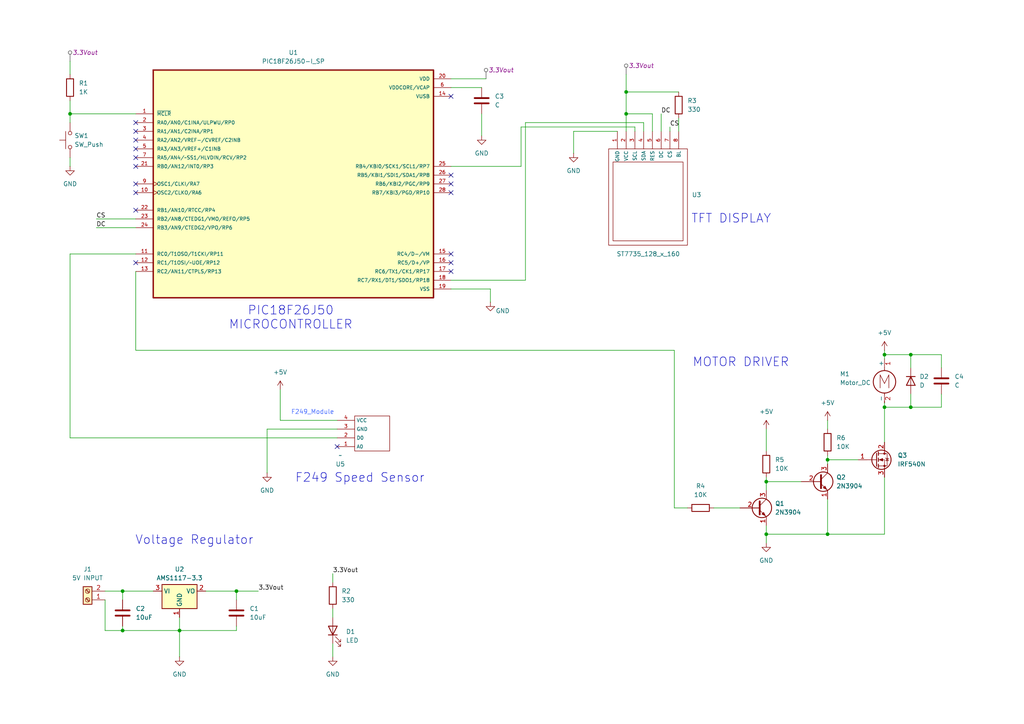
<source format=kicad_sch>
(kicad_sch (version 20231120) (generator "eeschema") (generator_version "8.0")
  (paper "A4")
  (lib_symbols
    (symbol "Connector:Screw_Terminal_01x02" (pin_names (offset 1.016) hide)
      (property "Reference" "J" (at 0 2.54 0))
      (property "Value" "Screw_Terminal_01x02" (at 0 -5.08 0))
      (symbol "Screw_Terminal_01x02_1_1"
        (rectangle (start -1.27 1.27) (end 1.27 -3.81) (stroke (width 0.254)) (fill (type background)))
        (circle (center 0 -2.54) (radius 0.635) (stroke (width 0.1524)))
        (polyline (pts (xy -0.5334 -2.2098) (xy 0.3302 -3.048)) (stroke (width 0.1524)))
        (polyline (pts (xy -0.5334 0.3302) (xy 0.3302 -0.508)) (stroke (width 0.1524)))
        (polyline (pts (xy -0.3556 -2.032) (xy 0.508 -2.8702)) (stroke (width 0.1524)))
        (polyline (pts (xy -0.3556 0.508) (xy 0.508 -0.3302)) (stroke (width 0.1524)))
        (circle (center 0 0) (radius 0.635) (stroke (width 0.1524)))
        (pin passive line (at -5.08 0 0) (length 3.81) (name "Pin_1") (number "1"))
        (pin passive line (at -5.08 -2.54 0) (length 3.81) (name "Pin_2") (number "2"))
      )
    )
    (symbol "Device:C" (pin_numbers hide) (pin_names (offset 0.254))
      (property "Reference" "C" (at 0.635 2.54 0))
      (property "Value" "C" (at 0.635 -2.54 0))
      (symbol "C_0_1"
        (polyline (pts (xy -2.032 -0.762) (xy 2.032 -0.762)) (stroke (width 0.508)))
        (polyline (pts (xy -2.032 0.762) (xy 2.032 0.762)) (stroke (width 0.508)))
      )
      (symbol "C_1_1"
        (pin passive line (at 0 3.81 270) (length 2.794) (name "~") (number "1"))
        (pin passive line (at 0 -3.81 90) (length 2.794) (name "~") (number "2"))
      )
    )
    (symbol "Device:D" (pin_numbers hide) (pin_names (offset 1.016) hide)
      (property "Reference" "D" (at 0 2.54 0))
      (property "Value" "D" (at 0 -2.54 0))
      (symbol "D_0_1"
        (polyline (pts (xy -1.27 1.27) (xy -1.27 -1.27)) (stroke (width 0.254)))
        (polyline (pts (xy 1.27 0) (xy -1.27 0)))
        (polyline (pts (xy 1.27 1.27) (xy 1.27 -1.27) (xy -1.27 0) (xy 1.27 1.27)) (stroke (width 0.254)))
      )
      (symbol "D_1_1"
        (pin passive line (at -3.81 0 0) (length 2.54) (name "K") (number "1"))
        (pin passive line (at 3.81 0 180) (length 2.54) (name "A") (number "2"))
      )
    )
    (symbol "Device:LED" (pin_numbers hide) (pin_names (offset 1.016) hide)
      (property "Reference" "D" (at 0 2.54 0))
      (property "Value" "LED" (at 0 -2.54 0))
      (symbol "LED_0_1"
        (polyline (pts (xy -1.27 -1.27) (xy -1.27 1.27)) (stroke (width 0.254)))
        (polyline (pts (xy -1.27 0) (xy 1.27 0)))
        (polyline (pts (xy 1.27 -1.27) (xy 1.27 1.27) (xy -1.27 0) (xy 1.27 -1.27)) (stroke (width 0.254)))
        (polyline (pts (xy -3.048 -0.762) (xy -4.572 -2.286) (xy -3.81 -2.286) (xy -4.572 -2.286) (xy -4.572 -1.524)))
        (polyline (pts (xy -1.778 -0.762) (xy -3.302 -2.286) (xy -2.54 -2.286) (xy -3.302 -2.286) (xy -3.302 -1.524)))
      )
      (symbol "LED_1_1"
        (pin passive line (at -3.81 0 0) (length 2.54) (name "K") (number "1"))
        (pin passive line (at 3.81 0 180) (length 2.54) (name "A") (number "2"))
      )
    )
    (symbol "Device:R" (pin_numbers hide) (pin_names (offset 0))
      (property "Reference" "R" (at 2.032 0 90))
      (property "Value" "R" (at 0 0 90))
      (symbol "R_0_1"
        (rectangle (start -1.016 -2.54) (end 1.016 2.54) (stroke (width 0.254)))
      )
      (symbol "R_1_1"
        (pin passive line (at 0 3.81 270) (length 1.27) (name "~") (number "1"))
        (pin passive line (at 0 -3.81 90) (length 1.27) (name "~") (number "2"))
      )
    )
    (symbol "F249_Module_1"
      (property "Reference" "U" (at -17.78 -6.35 0))
      (symbol "F249_Module_1_0_1"
        (rectangle (start -31.75 -7.62) (end -21.59 -17.78))
      )
      (symbol "F249_Module_1_1_0"
        (pin power_in line (at -16.51 -8.89 180) (length 5.08) (name "A0") (number "1"))
        (pin power_out line (at -16.51 -11.43 180) (length 5.08) (name "D0") (number "2"))
        (pin power_in line (at -16.51 -13.97 180) (length 5.08) (name "GND") (number "3"))
        (pin power_in line (at -16.51 -16.51 180) (length 5.08) (name "VCC") (number "4"))
      )
      (symbol "F249_Module_1_1_1"
        (text "F249_Module" (at -9.398 -19.05 0) (effects (font (size 1.27 1.27))))
      )
    )
    (symbol "Motor:Motor_DC" (pin_names (offset 0))
      (property "Reference" "M" (at 2.54 2.54 0))
      (property "Value" "Motor_DC" (at 2.54 -5.08 0))
      (symbol "Motor_DC_0_0"
        (polyline (pts (xy -1.27 -3.302) (xy -1.27 0.508) (xy 0 -2.032) (xy 1.27 0.508) (xy 1.27 -3.302)))
      )
      (symbol "Motor_DC_0_1"
        (circle (center 0 -1.524) (radius 3.2512) (stroke (width 0.254)))
        (polyline (pts (xy 0 -7.62) (xy 0 -7.112)))
        (polyline (pts (xy 0 -4.7752) (xy 0 -5.1816)))
        (polyline (pts (xy 0 1.7272) (xy 0 2.0828)))
        (polyline (pts (xy 0 2.032) (xy 0 2.54)))
      )
      (symbol "Motor_DC_1_1"
        (pin passive line (at 0 5.08 270) (length 2.54) (name "+") (number "1"))
        (pin passive line (at 0 -7.62 90) (length 2.54) (name "-") (number "2"))
      )
    )
    (symbol "PIC18F26J50-I_SP:PIC18F26J50-I_SP" (pin_names (offset 1.016))
      (property "Reference" "U" (at -40.64 34.02 0))
      (property "Value" "PIC18F26J50-I_SP" (at -40.64 -37.02 0))
      (symbol "PIC18F26J50-I_SP_0_0"
        (rectangle (start -40.64 -33.02) (end 40.64 33.02) (stroke (width 0.41)) (fill (type background)))
        (pin input line (at -45.72 20.32 0) (length 5.08) (name "~{MCLR}") (number "1"))
        (pin bidirectional clock (at -45.72 -2.54 0) (length 5.08) (name "OSC2/CLKO/RA6") (number "10"))
        (pin bidirectional line (at -45.72 -20.32 0) (length 5.08) (name "RC0/T1OSO/T1CKI/RP11") (number "11"))
        (pin bidirectional line (at -45.72 -22.86 0) (length 5.08) (name "RC1/T1OSI/~UOE/RP12") (number "12"))
        (pin bidirectional line (at -45.72 -25.4 0) (length 5.08) (name "RC2/AN11/CTPLS/RP13") (number "13"))
        (pin power_in line (at 45.72 25.4 180) (length 5.08) (name "VUSB") (number "14"))
        (pin bidirectional line (at 45.72 -20.32 180) (length 5.08) (name "RC4/D-/VM") (number "15"))
        (pin bidirectional line (at 45.72 -22.86 180) (length 5.08) (name "RC5/D+/VP") (number "16"))
        (pin bidirectional line (at 45.72 -25.4 180) (length 5.08) (name "RC6/TX1/CK1/RP17") (number "17"))
        (pin bidirectional line (at 45.72 -27.94 180) (length 5.08) (name "RC7/RX1/DT1/SDO1/RP18") (number "18"))
        (pin power_in line (at 45.72 -30.48 180) (length 5.08) (name "VSS") (number "19"))
        (pin input line (at -45.72 17.78 0) (length 5.08) (name "RA0/AN0/C1INA/ULPWU/RP0") (number "2"))
        (pin power_in line (at 45.72 30.48 180) (length 5.08) (name "VDD") (number "20"))
        (pin input line (at -45.72 5.08 0) (length 5.08) (name "RB0/AN12/INT0/RP3") (number "21"))
        (pin bidirectional line (at -45.72 -7.62 0) (length 5.08) (name "RB1/AN10/RTCC/RP4") (number "22"))
        (pin bidirectional line (at -45.72 -10.16 0) (length 5.08) (name "RB2/AN8/CTEDG1/VMO/REFO/RP5") (number "23"))
        (pin bidirectional line (at -45.72 -12.7 0) (length 5.08) (name "RB3/AN9/CTEDG2/VPO/RP6") (number "24"))
        (pin bidirectional line (at 45.72 5.08 180) (length 5.08) (name "RB4/KBI0/SCK1/SCL1/RP7") (number "25"))
        (pin bidirectional line (at 45.72 2.54 180) (length 5.08) (name "RB5/KBI1/SDI1/SDA1/RP8") (number "26"))
        (pin bidirectional line (at 45.72 0 180) (length 5.08) (name "RB6/KBI2/PGC/RP9") (number "27"))
        (pin bidirectional line (at 45.72 -2.54 180) (length 5.08) (name "RB7/KBI3/PGD/RP10") (number "28"))
        (pin input line (at -45.72 15.24 0) (length 5.08) (name "RA1/AN1/C2INA/RP1") (number "3"))
        (pin input line (at -45.72 12.7 0) (length 5.08) (name "RA2/AN2/VREF-/CVREF/C2INB") (number "4"))
        (pin input line (at -45.72 10.16 0) (length 5.08) (name "RA3/AN3/VREF+/C1INB") (number "5"))
        (pin power_in line (at 45.72 27.94 180) (length 5.08) (name "VDDCORE/VCAP") (number "6"))
        (pin input line (at -45.72 7.62 0) (length 5.08) (name "RA5/AN4/~SS1/HLVDIN/RCV/RP2") (number "7"))
        (pin bidirectional clock (at -45.72 0 0) (length 5.08) (name "OSC1/CLKI/RA7") (number "9"))
      )
    )
    (symbol "Regulator_Linear:AMS1117-3.3"
      (property "Reference" "U" (at -3.81 3.175 0))
      (property "Value" "AMS1117-3.3" (at 0 3.175 0))
      (symbol "AMS1117-3.3_0_1"
        (rectangle (start -5.08 -5.08) (end 5.08 1.905) (stroke (width 0.254)) (fill (type background)))
      )
      (symbol "AMS1117-3.3_1_1"
        (pin power_in line (at 0 -7.62 90) (length 2.54) (name "GND") (number "1"))
        (pin power_out line (at 7.62 0 180) (length 2.54) (name "VO") (number "2"))
        (pin power_in line (at -7.62 0 0) (length 2.54) (name "VI") (number "3"))
      )
    )
    (symbol "ST7735_128_x_160:ST7735_128_x_160"
      (property "Reference" "U" (at 20.574 -57.658 0))
      (symbol "ST7735_128_x_160_0_1"
        (rectangle (start 8.89 -27.94) (end 31.75 -55.88))
        (rectangle (start 10.16 -31.75) (end 30.48 -54.61))
      )
      (symbol "ST7735_128_x_160_1_0"
        (pin power_in line (at 11.43 -22.86 270) (length 5.08) (name "GND") (number "1"))
        (pin power_in line (at 13.97 -22.86 270) (length 5.08) (name "VCC") (number "2"))
        (pin power_in line (at 16.51 -22.86 270) (length 5.08) (name "SCL") (number "3"))
        (pin power_in line (at 19.05 -22.86 270) (length 5.08) (name "SDA") (number "4"))
        (pin power_in line (at 21.59 -22.86 270) (length 5.08) (name "RES") (number "5"))
        (pin power_in line (at 24.13 -22.86 270) (length 5.08) (name "DC") (number "6"))
        (pin power_in line (at 26.67 -22.86 270) (length 5.08) (name "CS") (number "7"))
        (pin power_in line (at 29.21 -22.86 270) (length 5.08) (name "BL") (number "8"))
      )
    )
    (symbol "Switch:SW_Push" (pin_numbers hide) (pin_names (offset 1.016) hide)
      (property "Reference" "SW" (at 1.27 2.54 0))
      (property "Value" "SW_Push" (at 0 -1.524 0))
      (symbol "SW_Push_0_1"
        (circle (center -2.032 0) (radius 0.508))
        (polyline (pts (xy 0 1.27) (xy 0 3.048)))
        (polyline (pts (xy 2.54 1.27) (xy -2.54 1.27)))
        (circle (center 2.032 0) (radius 0.508))
        (pin passive line (at -5.08 0 0) (length 2.54) (name "1") (number "1"))
        (pin passive line (at 5.08 0 180) (length 2.54) (name "2") (number "2"))
      )
    )
    (symbol "Transistor_BJT:2N3904" (pin_names (offset 0) hide)
      (property "Reference" "Q" (at 5.08 1.905 0))
      (property "Value" "2N3904" (at 5.08 0 0))
      (symbol "2N3904_0_1"
        (polyline (pts (xy 0.635 0.635) (xy 2.54 2.54)))
        (polyline (pts (xy 0.635 -0.635) (xy 2.54 -2.54) (xy 2.54 -2.54)))
        (polyline (pts (xy 0.635 1.905) (xy 0.635 -1.905) (xy 0.635 -1.905)) (stroke (width 0.508)))
        (polyline (pts (xy 1.27 -1.778) (xy 1.778 -1.27) (xy 2.286 -2.286) (xy 1.27 -1.778) (xy 1.27 -1.778)) (fill (type outline)))
        (circle (center 1.27 0) (radius 2.8194) (stroke (width 0.254)))
      )
      (symbol "2N3904_1_1"
        (pin passive line (at 2.54 -5.08 90) (length 2.54) (name "E") (number "1"))
        (pin passive line (at -5.08 0 0) (length 5.715) (name "B") (number "2"))
        (pin passive line (at 2.54 5.08 270) (length 2.54) (name "C") (number "3"))
      )
    )
    (symbol "Transistor_FET:IRF540N" (pin_names hide)
      (property "Reference" "Q" (at 5.08 1.905 0))
      (property "Value" "IRF540N" (at 5.08 0 0))
      (symbol "IRF540N_0_1"
        (polyline (pts (xy 0.254 0) (xy -2.54 0)))
        (polyline (pts (xy 0.254 1.905) (xy 0.254 -1.905)) (stroke (width 0.254)))
        (polyline (pts (xy 0.762 -1.27) (xy 0.762 -2.286)) (stroke (width 0.254)))
        (polyline (pts (xy 0.762 0.508) (xy 0.762 -0.508)) (stroke (width 0.254)))
        (polyline (pts (xy 0.762 2.286) (xy 0.762 1.27)) (stroke (width 0.254)))
        (polyline (pts (xy 2.54 2.54) (xy 2.54 1.778)))
        (polyline (pts (xy 2.54 -2.54) (xy 2.54 0) (xy 0.762 0)))
        (polyline (pts (xy 0.762 -1.778) (xy 3.302 -1.778) (xy 3.302 1.778) (xy 0.762 1.778)))
        (polyline (pts (xy 1.016 0) (xy 2.032 0.381) (xy 2.032 -0.381) (xy 1.016 0)) (fill (type outline)))
        (polyline (pts (xy 2.794 0.508) (xy 2.921 0.381) (xy 3.683 0.381) (xy 3.81 0.254)))
        (polyline (pts (xy 3.302 0.381) (xy 2.921 -0.254) (xy 3.683 -0.254) (xy 3.302 0.381)))
        (circle (center 1.651 0) (radius 2.794) (stroke (width 0.254)))
        (circle (center 2.54 -1.778) (radius 0.254) (fill (type outline)))
        (circle (center 2.54 1.778) (radius 0.254) (fill (type outline)))
      )
      (symbol "IRF540N_1_1"
        (pin input line (at -5.08 0 0) (length 2.54) (name "G") (number "1"))
        (pin passive line (at 2.54 5.08 270) (length 2.54) (name "D") (number "2"))
        (pin passive line (at 2.54 -5.08 90) (length 2.54) (name "S") (number "3"))
      )
    )
    (symbol "power:+5V" (power) (pin_numbers hide) (pin_names (offset 0) hide)
      (property "Value" "+5V" (at 0 3.556 0))
      (symbol "+5V_0_1"
        (polyline (pts (xy -0.762 1.27) (xy 0 2.54)))
        (polyline (pts (xy 0 0) (xy 0 2.54)))
        (polyline (pts (xy 0 2.54) (xy 0.762 1.27)))
      )
      (symbol "+5V_1_1"
        (pin power_in line (at 0 0 90) (length 0) (name "~") (number "1"))
      )
    )
    (symbol "power:GND" (power) (pin_numbers hide) (pin_names (offset 0) hide)
      (property "Value" "GND" (at 0 -3.81 0))
      (symbol "GND_0_1"
        (polyline (pts (xy 0 0) (xy 0 -1.27) (xy 1.27 -1.27) (xy 0 -2.54) (xy -1.27 -1.27) (xy 0 -1.27)))
      )
      (symbol "GND_1_1"
        (pin power_in line (at 0 0 270) (length 0) (name "~") (number "1"))
      )
    )
  )
  (junction (at 181.61 26.67))
  (junction (at 222.25 154.94))
  (junction (at 222.25 139.7))
  (junction (at 52.07 182.88))
  (junction (at 35.56 182.88))
  (junction (at 240.03 154.94))
  (junction (at 264.16 118.11))
  (junction (at 256.54 118.11))
  (junction (at 240.03 133.35))
  (junction (at 181.61 33.02))
  (junction (at 256.54 102.87))
  (junction (at 68.58 171.45))
  (junction (at 264.16 102.87))
  (junction (at 20.32 33.02))
  (junction (at 35.56 171.45))
  (no_connect (at 130.81 53.34))
  (no_connect (at 39.37 48.26))
  (no_connect (at 39.37 45.72))
  (no_connect (at 39.37 60.96))
  (no_connect (at 39.37 76.2))
  (no_connect (at 39.37 38.1))
  (no_connect (at 130.81 73.66))
  (no_connect (at 39.37 40.64))
  (no_connect (at 130.81 76.2))
  (no_connect (at 39.37 35.56))
  (no_connect (at 39.37 53.34))
  (no_connect (at 97.79 129.54))
  (no_connect (at 130.81 50.8))
  (no_connect (at 130.81 55.88))
  (no_connect (at 130.81 78.74))
  (no_connect (at 130.81 27.94))
  (no_connect (at 39.37 43.18))
  (no_connect (at 39.37 55.88))
  (wire (pts (xy 27.94 63.5) (xy 39.37 63.5)))
  (wire (pts (xy 222.25 139.7) (xy 222.25 142.24)))
  (wire (pts (xy 96.52 186.69) (xy 96.52 190.5)))
  (wire (pts (xy 152.4 35.56) (xy 186.69 35.56)))
  (wire (pts (xy 52.07 182.88) (xy 68.58 182.88)))
  (wire (pts (xy 27.94 66.04) (xy 39.37 66.04)))
  (wire (pts (xy 30.48 171.45) (xy 35.56 171.45)))
  (wire (pts (xy 222.25 152.4) (xy 222.25 154.94)))
  (wire (pts (xy 52.07 179.07) (xy 52.07 182.88)))
  (wire (pts (xy 222.25 139.7) (xy 232.41 139.7)))
  (wire (pts (xy 189.23 38.1) (xy 189.23 33.02)))
  (wire (pts (xy 152.4 81.28) (xy 152.4 35.56)))
  (wire (pts (xy 264.16 106.68) (xy 264.16 102.87)))
  (wire (pts (xy 264.16 118.11) (xy 273.05 118.11)))
  (wire (pts (xy 264.16 114.3) (xy 264.16 118.11)))
  (wire (pts (xy 151.13 48.26) (xy 151.13 36.83)))
  (wire (pts (xy 240.03 121.92) (xy 240.03 124.46)))
  (wire (pts (xy 20.32 17.78) (xy 20.32 21.59)))
  (wire (pts (xy 20.32 127) (xy 97.79 127)))
  (wire (pts (xy 20.32 33.02) (xy 20.32 35.56)))
  (wire (pts (xy 44.45 171.45) (xy 35.56 171.45)))
  (wire (pts (xy 273.05 106.68) (xy 273.05 102.87)))
  (wire (pts (xy 222.25 138.43) (xy 222.25 139.7)))
  (wire (pts (xy 240.03 154.94) (xy 222.25 154.94)))
  (wire (pts (xy 20.32 73.66) (xy 39.37 73.66)))
  (wire (pts (xy 68.58 173.99) (xy 68.58 171.45)))
  (wire (pts (xy 195.58 101.6) (xy 195.58 147.32)))
  (wire (pts (xy 191.77 33.02) (xy 191.77 38.1)))
  (wire (pts (xy 240.03 132.08) (xy 240.03 133.35)))
  (wire (pts (xy 207.01 147.32) (xy 214.63 147.32)))
  (wire (pts (xy 181.61 26.67) (xy 196.85 26.67)))
  (wire (pts (xy 256.54 154.94) (xy 240.03 154.94)))
  (wire (pts (xy 96.52 166.37) (xy 96.52 168.91)))
  (wire (pts (xy 166.37 38.1) (xy 166.37 44.45)))
  (wire (pts (xy 81.28 121.92) (xy 81.28 113.03)))
  (wire (pts (xy 195.58 147.32) (xy 199.39 147.32)))
  (wire (pts (xy 194.31 36.83) (xy 194.31 38.1)))
  (wire (pts (xy 151.13 36.83) (xy 184.15 36.83)))
  (wire (pts (xy 35.56 171.45) (xy 35.56 173.99)))
  (wire (pts (xy 52.07 182.88) (xy 52.07 190.5)))
  (wire (pts (xy 256.54 102.87) (xy 256.54 104.14)))
  (wire (pts (xy 97.79 124.46) (xy 77.47 124.46)))
  (wire (pts (xy 68.58 171.45) (xy 59.69 171.45)))
  (wire (pts (xy 35.56 181.61) (xy 35.56 182.88)))
  (wire (pts (xy 142.24 83.82) (xy 130.81 83.82)))
  (wire (pts (xy 240.03 133.35) (xy 240.03 134.62)))
  (wire (pts (xy 181.61 26.67) (xy 181.61 33.02)))
  (wire (pts (xy 222.25 154.94) (xy 222.25 157.48)))
  (wire (pts (xy 96.52 176.53) (xy 96.52 179.07)))
  (wire (pts (xy 39.37 101.6) (xy 195.58 101.6)))
  (wire (pts (xy 97.79 121.92) (xy 81.28 121.92)))
  (wire (pts (xy 30.48 173.99) (xy 30.48 182.88)))
  (wire (pts (xy 20.32 29.21) (xy 20.32 33.02)))
  (wire (pts (xy 256.54 116.84) (xy 256.54 118.11)))
  (wire (pts (xy 68.58 171.45) (xy 74.93 171.45)))
  (wire (pts (xy 35.56 182.88) (xy 52.07 182.88)))
  (wire (pts (xy 130.81 81.28) (xy 152.4 81.28)))
  (wire (pts (xy 273.05 102.87) (xy 264.16 102.87)))
  (wire (pts (xy 181.61 33.02) (xy 181.61 38.1)))
  (wire (pts (xy 181.61 21.59) (xy 181.61 26.67)))
  (wire (pts (xy 30.48 182.88) (xy 35.56 182.88)))
  (wire (pts (xy 273.05 114.3) (xy 273.05 118.11)))
  (wire (pts (xy 130.81 48.26) (xy 151.13 48.26)))
  (wire (pts (xy 130.81 25.4) (xy 139.7 25.4)))
  (wire (pts (xy 196.85 34.29) (xy 196.85 38.1)))
  (wire (pts (xy 264.16 102.87) (xy 256.54 102.87)))
  (wire (pts (xy 20.32 45.72) (xy 20.32 48.26)))
  (wire (pts (xy 189.23 33.02) (xy 181.61 33.02)))
  (wire (pts (xy 68.58 182.88) (xy 68.58 181.61)))
  (wire (pts (xy 139.7 33.02) (xy 139.7 39.37)))
  (wire (pts (xy 20.32 33.02) (xy 39.37 33.02)))
  (wire (pts (xy 222.25 124.46) (xy 222.25 130.81)))
  (wire (pts (xy 264.16 118.11) (xy 256.54 118.11)))
  (wire (pts (xy 20.32 127) (xy 20.32 73.66)))
  (wire (pts (xy 130.81 22.86) (xy 140.97 22.86)))
  (wire (pts (xy 179.07 38.1) (xy 166.37 38.1)))
  (wire (pts (xy 256.54 118.11) (xy 256.54 128.27)))
  (wire (pts (xy 240.03 144.78) (xy 240.03 154.94)))
  (wire (pts (xy 39.37 78.74) (xy 39.37 101.6)))
  (wire (pts (xy 240.03 133.35) (xy 248.92 133.35)))
  (wire (pts (xy 77.47 124.46) (xy 77.47 137.16)))
  (wire (pts (xy 184.15 36.83) (xy 184.15 38.1)))
  (wire (pts (xy 256.54 101.6) (xy 256.54 102.87)))
  (wire (pts (xy 256.54 138.43) (xy 256.54 154.94)))
  (wire (pts (xy 186.69 35.56) (xy 186.69 38.1)))
  (wire (pts (xy 142.24 87.63) (xy 142.24 83.82)))
  (text "Voltage Regulator" (at 56.388 156.718 0) (effects (font (size 2.54 2.54))))
  (text "F249 Speed Sensor" (at 104.394 138.684 0) (effects (font (size 2.54 2.54))))
  (text "TFT DISPLAY" (at 212.09 63.5 0) (effects (font (size 2.54 2.54))))
  (text "PIC18F26J50\nMICROCONTROLLER" (at 84.328 92.202 0) (effects (font (size 2.54 2.54))))
  (text "MOTOR DRIVER" (at 214.884 105.156 0) (effects (font (size 2.54 2.54))))
  (label "DC" (at 27.94 66.04 0))
  (label "CS" (at 194.31 36.83 0))
  (label "3.3Vout" (at 74.93 171.45 0))
  (label "CS" (at 27.94 63.5 0))
  (label "3.3Vout" (at 96.52 166.37 0))
  (label "DC" (at 191.77 33.02 0))
  (netclass_flag "" (length 2.54) (shape round) (at 181.61 21.59 0) (property "3Vout" "3.3Vout" (at 182.3085 19.05 0) (effects (font (italic yes)) (justify left))))
  (netclass_flag "" (length 2.54) (shape round) (at 140.97 22.86 0) (property "sin título" "3.3Vout" (at 141.6685 20.32 0) (effects (font (italic yes)) (justify left))))
  (netclass_flag "" (length 2.54) (shape round) (at 20.32 17.78 0) (property "sin título" "3.3Vout" (at 21.0185 15.24 0) (effects (font (italic yes)) (justify left))))
  (symbol (lib_name "F249_Module_1") (lib_id "F249_Speed_Sensor:F249_Module") (at 81.28 138.43 180) (unit 1)
    (property "Reference" "U5" (at 98.7142 134.62 0))
    (property "Value" "~" (at 98.7142 132.08 0))
  )
  (symbol (lib_id "power:GND") (at 139.7 39.37 0) (unit 1)
    (property "Reference" "#PWR01" (effects (hide yes)))
    (property "Value" "GND" (at 139.7 44.45 0))
    (property "Description" "Power symbol creates a global label with name \"GND\" , ground" (effects (hide yes)))
  )
  (symbol (lib_id "Device:C") (at 139.7 29.21 0) (unit 1)
    (property "Reference" "C3" (at 143.51 27.9399 0) (effects (justify left)))
    (property "Value" "C" (at 143.51 30.4799 0) (effects (justify left)))
    (property "Description" "Unpolarized capacitor" (effects (hide yes)))
  )
  (symbol (lib_id "power:GND") (at 77.47 137.16 0) (unit 1)
    (property "Reference" "#PWR011" (effects (hide yes)))
    (property "Value" "GND" (at 77.47 142.24 0))
    (property "Description" "Power symbol creates a global label with name \"GND\" , ground" (effects (hide yes)))
  )
  (symbol (lib_id "Device:R") (at 96.52 172.72 0) (unit 1)
    (property "Reference" "R2" (at 99.06 171.4499 0) (effects (justify left)))
    (property "Value" "330" (at 99.06 173.9899 0) (effects (justify left)))
    (property "Description" "Resistor" (effects (hide yes)))
  )
  (symbol (lib_id "Device:LED") (at 96.52 182.88 90) (unit 1)
    (property "Reference" "D1" (at 100.33 183.1974 90) (effects (justify right)))
    (property "Value" "LED" (at 100.33 185.7374 90) (effects (justify right)))
    (property "Description" "Light emitting diode" (effects (hide yes)))
  )
  (symbol (lib_id "Transistor_FET:IRF540N") (at 254 133.35 0) (unit 1)
    (property "Reference" "Q3" (at 260.35 132.0799 0) (effects (justify left)))
    (property "Value" "IRF540N" (at 260.35 134.6199 0) (effects (justify left)))
    (property "Footprint" "Package_TO_SOT_THT:TO-220-3_Vertical" (effects (hide yes)))
    (property "Datasheet" "http://www.irf.com/product-info/datasheets/data/irf540n.pdf" (effects (hide yes)))
    (property "Description" "33A Id, 100V Vds, HEXFET N-Channel MOSFET, TO-220" (effects (hide yes)))
  )
  (symbol (lib_id "ST7735_128_x_160:ST7735_128_x_160") (at 167.64 15.24 0) (unit 1)
    (property "Reference" "U3" (at 200.66 56.5149 0) (effects (justify left)))
    (property "Value" "ST7735_128_x_160" (at 178.816 73.66 0) (effects (justify left)))
  )
  (symbol (lib_id "Transistor_BJT:2N3904") (at 237.49 139.7 0) (unit 1)
    (property "Reference" "Q2" (at 242.57 138.4299 0) (effects (justify left)))
    (property "Value" "2N3904" (at 242.57 140.9699 0) (effects (justify left)))
    (property "Footprint" "Package_TO_SOT_THT:TO-92_Inline" (effects (hide yes)))
    (property "Datasheet" "https://www.onsemi.com/pub/Collateral/2N3903-D.PDF" (effects (hide yes)))
    (property "Description" "0.2A Ic, 40V Vce, Small Signal NPN Transistor, TO-92" (effects (hide yes)))
  )
  (symbol (lib_id "Connector:Screw_Terminal_01x02") (at 25.4 173.99 180) (unit 1)
    (property "Reference" "J1" (at 25.4 165.1 0))
    (property "Value" "5V INPUT" (at 25.4 167.64 0))
    (property "Description" "Generic screw terminal, single row, 01x02, script generated (kicad-library-utils/schlib/autogen/connector/)" (effects (hide yes)))
  )
  (symbol (lib_id "power:+5V") (at 240.03 121.92 0) (unit 1)
    (property "Reference" "#PWR09" (effects (hide yes)))
    (property "Value" "+5V" (at 240.03 116.84 0))
    (property "Description" "Power symbol creates a global label with name \"+5V\"" (effects (hide yes)))
  )
  (symbol (lib_id "Regulator_Linear:AMS1117-3.3") (at 52.07 171.45 0) (unit 1)
    (property "Reference" "U2" (at 52.07 165.1 0))
    (property "Value" "AMS1117-3.3" (at 52.07 167.64 0))
    (property "Footprint" "Package_TO_SOT_SMD:SOT-223-3_TabPin2" (effects (hide yes)))
    (property "Datasheet" "http://www.advanced-monolithic.com/pdf/ds1117.pdf" (effects (hide yes)))
    (property "Description" "1A Low Dropout regulator, positive, 3.3V fixed output, SOT-223" (effects (hide yes)))
  )
  (symbol (lib_id "Device:R") (at 203.2 147.32 90) (unit 1)
    (property "Reference" "R4" (at 203.2 140.97 90))
    (property "Value" "10K" (at 203.2 143.51 90))
    (property "Description" "Resistor" (effects (hide yes)))
  )
  (symbol (lib_id "Device:R") (at 196.85 30.48 0) (unit 1)
    (property "Reference" "R3" (at 199.39 29.2099 0) (effects (justify left)))
    (property "Value" "330" (at 199.39 31.7499 0) (effects (justify left)))
    (property "Description" "Resistor" (effects (hide yes)))
  )
  (symbol (lib_id "Switch:SW_Push") (at 20.32 40.64 90) (unit 1)
    (property "Reference" "SW1" (at 21.59 39.3699 90) (effects (justify right)))
    (property "Value" "SW_Push" (at 21.59 41.9099 90) (effects (justify right)))
    (property "Description" "Push button switch, generic, two pins" (effects (hide yes)))
  )
  (symbol (lib_id "Device:C") (at 68.58 177.8 0) (unit 1)
    (property "Reference" "C1" (at 72.39 176.5299 0) (effects (justify left)))
    (property "Value" "10uF" (at 72.39 179.0699 0) (effects (justify left)))
    (property "Description" "Unpolarized capacitor" (effects (hide yes)))
  )
  (symbol (lib_id "Device:R") (at 20.32 25.4 0) (unit 1)
    (property "Reference" "R1" (at 22.86 24.1299 0) (effects (justify left)))
    (property "Value" "1K" (at 22.86 26.6699 0) (effects (justify left)))
    (property "Description" "Resistor" (effects (hide yes)))
  )
  (symbol (lib_id "power:+5V") (at 256.54 101.6 0) (unit 1)
    (property "Reference" "#PWR010" (effects (hide yes)))
    (property "Value" "+5V" (at 256.54 96.52 0))
    (property "Description" "Power symbol creates a global label with name \"+5V\"" (effects (hide yes)))
  )
  (symbol (lib_id "Motor:Motor_DC") (at 256.54 109.22 0) (unit 1)
    (property "Reference" "M1" (at 243.586 108.458 0) (effects (justify left)))
    (property "Value" "Motor_DC" (at 243.586 110.998 0) (effects (justify left)))
    (property "Description" "DC Motor" (effects (hide yes)))
  )
  (symbol (lib_id "Device:C") (at 35.56 177.8 0) (unit 1)
    (property "Reference" "C2" (at 39.37 176.5299 0) (effects (justify left)))
    (property "Value" "10uF" (at 39.37 179.0699 0) (effects (justify left)))
    (property "Description" "Unpolarized capacitor" (effects (hide yes)))
  )
  (symbol (lib_id "power:+5V") (at 81.28 113.03 0) (unit 1)
    (property "Reference" "#PWR012" (effects (hide yes)))
    (property "Value" "+5V" (at 81.28 107.95 0))
    (property "Description" "Power symbol creates a global label with name \"+5V\"" (effects (hide yes)))
  )
  (symbol (lib_id "Device:D") (at 264.16 110.49 270) (unit 1)
    (property "Reference" "D2" (at 266.7 109.2199 90) (effects (justify left)))
    (property "Value" "D" (at 266.7 111.7599 90) (effects (justify left)))
    (property "Description" "Diode" (effects (hide yes)))
    (property "Sim.Device" "D" (effects (hide yes)))
    (property "Sim.Pins" "1=K 2=A" (effects (hide yes)))
  )
  (symbol (lib_id "power:GND") (at 142.24 87.63 0) (unit 1)
    (property "Reference" "#PWR04" (effects (hide yes)))
    (property "Value" "GND" (at 145.796 90.17 0))
    (property "Description" "Power symbol creates a global label with name \"GND\" , ground" (effects (hide yes)))
  )
  (symbol (lib_id "power:GND") (at 166.37 44.45 0) (unit 1)
    (property "Reference" "#PWR05" (effects (hide yes)))
    (property "Value" "GND" (at 166.37 49.53 0))
    (property "Description" "Power symbol creates a global label with name \"GND\" , ground" (effects (hide yes)))
  )
  (symbol (lib_id "PIC18F26J50-I_SP:PIC18F26J50-I_SP") (at 85.09 53.34 0) (unit 1)
    (property "Reference" "U1" (at 85.09 15.24 0))
    (property "Value" "PIC18F26J50-I_SP" (at 85.09 17.78 0))
    (property "Footprint" "PIC18F26J50-I_SP:DIP787W46P254L3467H508Q28" (effects (hide yes)))
    (property "MF" "Microchip" (effects (hide yes)))
    (property "Description_1" "\n                        \n                            28-Pin, Full Speed USB, 64KB Flash, 4KB RAM, 12 MIPS, nanoWatt, SPDIP | Microchip Technology Inc. PIC18F26J50-I/SP\n                        \n" (effects (hide yes)))
    (property "Package" "SPDIP-28 Microchip" (effects (hide yes)))
    (property "Price" "None" (effects (hide yes)))
    (property "SnapEDA_Link" "https://www.snapeda.com/parts/PIC18F26J50-I/SP/Microchip/view-part/?ref=snap" (effects (hide yes)))
    (property "MP" "PIC18F26J50-I/SP" (effects (hide yes)))
    (property "Availability" "In Stock" (effects (hide yes)))
    (property "Check_prices" "https://www.snapeda.com/parts/PIC18F26J50-I/SP/Microchip/view-part/?ref=eda" (effects (hide yes)))
  )
  (symbol (lib_id "Device:C") (at 273.05 110.49 0) (unit 1)
    (property "Reference" "C4" (at 276.86 109.2199 0) (effects (justify left)))
    (property "Value" "C" (at 276.86 111.7599 0) (effects (justify left)))
    (property "Description" "Unpolarized capacitor" (effects (hide yes)))
  )
  (symbol (lib_id "power:+5V") (at 222.25 124.46 0) (unit 1)
    (property "Reference" "#PWR08" (effects (hide yes)))
    (property "Value" "+5V" (at 222.25 119.38 0))
    (property "Description" "Power symbol creates a global label with name \"+5V\"" (effects (hide yes)))
  )
  (symbol (lib_id "power:GND") (at 52.07 190.5 0) (unit 1)
    (property "Reference" "#PWR03" (effects (hide yes)))
    (property "Value" "GND" (at 52.07 195.58 0))
    (property "Description" "Power symbol creates a global label with name \"GND\" , ground" (effects (hide yes)))
  )
  (symbol (lib_id "Transistor_BJT:2N3904") (at 219.71 147.32 0) (unit 1)
    (property "Reference" "Q1" (at 224.79 146.0499 0) (effects (justify left)))
    (property "Value" "2N3904" (at 224.79 148.5899 0) (effects (justify left)))
    (property "Footprint" "Package_TO_SOT_THT:TO-92_Inline" (effects (hide yes)))
    (property "Datasheet" "https://www.onsemi.com/pub/Collateral/2N3903-D.PDF" (effects (hide yes)))
    (property "Description" "0.2A Ic, 40V Vce, Small Signal NPN Transistor, TO-92" (effects (hide yes)))
  )
  (symbol (lib_id "Device:R") (at 240.03 128.27 0) (unit 1)
    (property "Reference" "R6" (at 242.57 126.9999 0) (effects (justify left)))
    (property "Value" "10K" (at 242.57 129.5399 0) (effects (justify left)))
    (property "Description" "Resistor" (effects (hide yes)))
  )
  (symbol (lib_id "power:GND") (at 96.52 190.5 0) (unit 1)
    (property "Reference" "#PWR06" (effects (hide yes)))
    (property "Value" "GND" (at 96.52 195.58 0))
    (property "Description" "Power symbol creates a global label with name \"GND\" , ground" (effects (hide yes)))
  )
  (symbol (lib_id "power:GND") (at 222.25 157.48 0) (unit 1)
    (property "Reference" "#PWR07" (effects (hide yes)))
    (property "Value" "GND" (at 222.25 162.56 0))
    (property "Description" "Power symbol creates a global label with name \"GND\" , ground" (effects (hide yes)))
  )
  (symbol (lib_id "Device:R") (at 222.25 134.62 0) (unit 1)
    (property "Reference" "R5" (at 224.79 133.3499 0) (effects (justify left)))
    (property "Value" "10K" (at 224.79 135.8899 0) (effects (justify left)))
    (property "Description" "Resistor" (effects (hide yes)))
  )
  (symbol (lib_id "power:GND") (at 20.32 48.26 0) (unit 1)
    (property "Reference" "#PWR02" (effects (hide yes)))
    (property "Value" "GND" (at 20.32 53.34 0))
    (property "Description" "Power symbol creates a global label with name \"GND\" , ground" (effects (hide yes)))
  )
)
</source>
